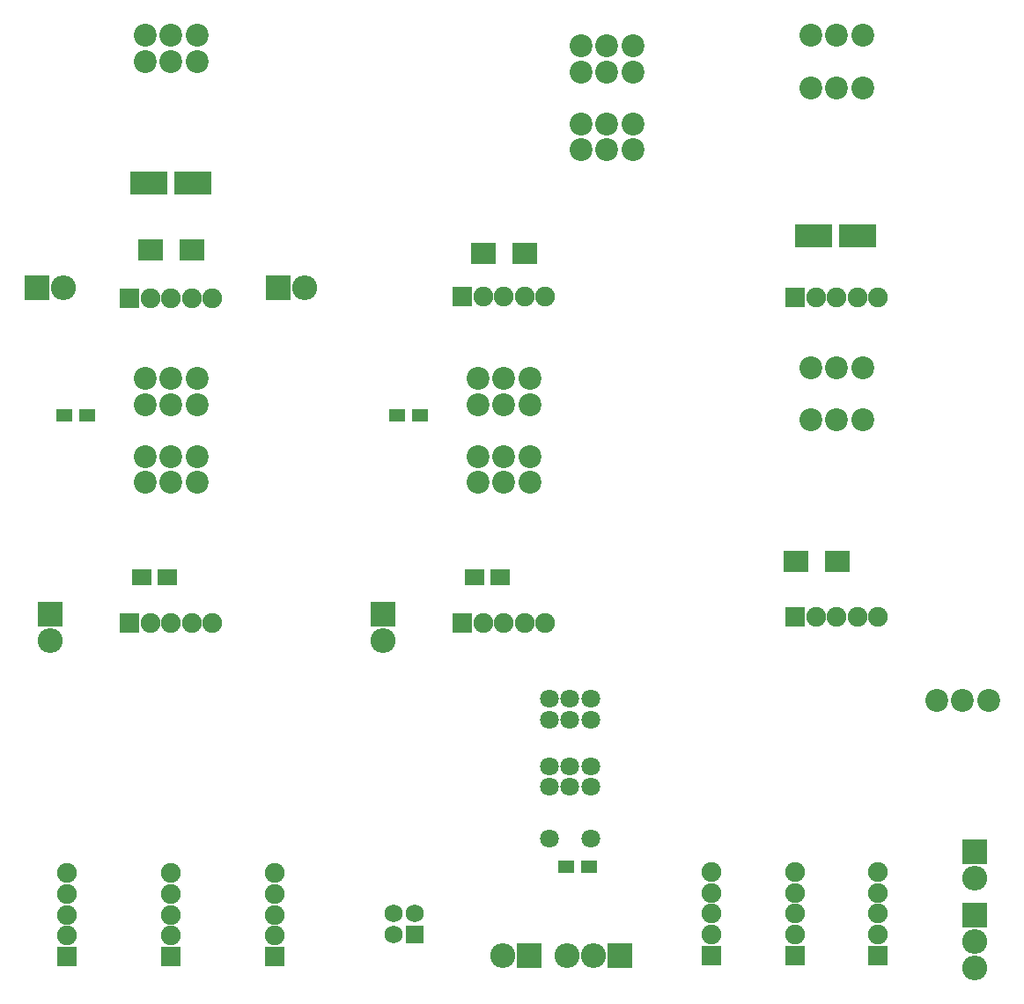
<source format=gbs>
%MOIN*%
%OFA0B0*%
%FSLAX46Y46*%
%IPPOS*%
%LPD*%
%ADD10C,0.0039370078740157488*%
%ADD11R,0.139748031496063X0.086648031496063*%
%ADD12R,0.074803149606299218X0.074803149606299218*%
%ADD13C,0.074803149606299218*%
%ADD14C,0.086614173228346469*%
%ADD25C,0.0039370078740157488*%
%ADD26O,0.094448031496063X0.094448031496063*%
%ADD27R,0.094448031496063X0.094448031496063*%
%ADD28R,0.139748031496063X0.086648031496063*%
%ADD29R,0.094488188976377951X0.07874015748031496*%
%ADD30R,0.074803149606299218X0.074803149606299218*%
%ADD31C,0.074803149606299218*%
%ADD32C,0.086614173228346469*%
%ADD33C,0.0039370078740157488*%
%ADD34O,0.094448031496063X0.094448031496063*%
%ADD35R,0.094448031496063X0.094448031496063*%
%ADD36R,0.062992125984251982X0.051181102362204731*%
%ADD37R,0.074803149606299218X0.074803149606299218*%
%ADD38C,0.074803149606299218*%
%ADD39C,0.086614173228346469*%
%ADD40R,0.074803149606299218X0.064960629921259838*%
%ADD41C,0.0039370078740157488*%
%ADD42R,0.074803149606299218X0.074803149606299218*%
%ADD43C,0.074803149606299218*%
%ADD44C,0.086614173228346469*%
%ADD45R,0.094488188976377951X0.07874015748031496*%
%ADD46C,0.0039370078740157488*%
%ADD47R,0.094488188976377951X0.07874015748031496*%
%ADD48R,0.074803149606299218X0.074803149606299218*%
%ADD49C,0.074803149606299218*%
%ADD50C,0.086614173228346469*%
%ADD51C,0.0039370078740157488*%
%ADD52O,0.094448031496063X0.094448031496063*%
%ADD53R,0.094448031496063X0.094448031496063*%
%ADD54R,0.074803149606299218X0.074803149606299218*%
%ADD55C,0.074803149606299218*%
%ADD56C,0.086614173228346469*%
%ADD57C,0.0039370078740157488*%
%ADD58O,0.094448031496063X0.094448031496063*%
%ADD59R,0.094448031496063X0.094448031496063*%
%ADD60R,0.068897637795275593X0.068897637795275593*%
%ADD61C,0.068897637795275593*%
%ADD62R,0.074803149606299218X0.074803149606299218*%
%ADD63C,0.074803149606299218*%
%ADD64R,0.062992125984251982X0.051181102362204731*%
%ADD65C,0.070866141732283464*%
%ADD66C,0.0039370078740157488*%
%ADD67O,0.094448031496063X0.094448031496063*%
%ADD68R,0.094448031496063X0.094448031496063*%
%ADD69R,0.062992125984251982X0.051181102362204731*%
%ADD70R,0.074803149606299218X0.074803149606299218*%
%ADD71C,0.074803149606299218*%
%ADD72C,0.086614173228346469*%
%ADD73R,0.074803149606299218X0.064960629921259838*%
G01G01*
D10*
D11*
X-0004173228Y0006377952D02*
X0003022599Y0002862204D03*
X0003189999Y0002862204D03*
D12*
X0002952755Y0002629921D03*
D13*
X0003031496Y0002629921D03*
X0003110236Y0002629921D03*
X0003188976Y0002629921D03*
X0003267716Y0002629921D03*
D14*
X0003208661Y0003622047D03*
X0003110236Y0003622047D03*
X0003011811Y0003622047D03*
X0003208661Y0003425196D03*
X0003110236Y0003425196D03*
X0003011811Y0003425196D03*
G04 next file*
G04 Gerber Fmt 4.6, Leading zero omitted, Abs format (unit mm)*
G04 Created by KiCad (PCBNEW 4.0.4-1.fc24-product) date Fri Jan 12 13:17:57 2018*
G01G01*
G04 APERTURE LIST*
G04 APERTURE END LIST*
D25*
D26*
X-0005354330Y0006377952D02*
X0000182677Y0002665354D03*
D27*
X0000082677Y0002665354D03*
D26*
X0001096062Y0002665354D03*
D27*
X0000996062Y0002665354D03*
D28*
X0000506851Y0003062992D03*
X0000674251Y0003062992D03*
D29*
X0000669291Y0002811023D03*
X0000511811Y0002811023D03*
D30*
X0000433070Y0002625984D03*
D31*
X0000511811Y0002625984D03*
X0000590551Y0002625984D03*
X0000669291Y0002625984D03*
X0000748031Y0002625984D03*
D32*
X0000688976Y0003622047D03*
X0000590551Y0003622047D03*
X0000492125Y0003622047D03*
X0000688976Y0003523622D03*
X0000590551Y0003523622D03*
X0000492125Y0003523622D03*
G04 next file*
G04 #@! TF.FileFunction,Soldermask,Bot*
G04 Gerber Fmt 4.6, Leading zero omitted, Abs format (unit mm)*
G04 Created by KiCad (PCBNEW 4.0.4-1.fc24-product) date Fri Jan 12 14:27:49 2018*
G01G01*
G04 APERTURE LIST*
G04 APERTURE END LIST*
D33*
D34*
X-0004133858Y0006062992D02*
X0001393700Y0001330708D03*
D35*
X0001393700Y0001430708D03*
D36*
X0001531496Y0002185039D03*
X0001444881Y0002185039D03*
D37*
X0001692913Y0001397637D03*
D38*
X0001771653Y0001397637D03*
X0001850393Y0001397637D03*
X0001929133Y0001397637D03*
X0002007874Y0001397637D03*
D39*
X0001948818Y0001929133D03*
X0001850393Y0001929133D03*
X0001751968Y0001929133D03*
X0001751968Y0002322834D03*
X0001850393Y0002322834D03*
X0001948818Y0002322834D03*
X0001751968Y0002224409D03*
X0001850393Y0002224409D03*
X0001948818Y0002224409D03*
X0001751968Y0002027559D03*
X0001850393Y0002027559D03*
X0001948818Y0002027559D03*
D40*
X0001738188Y0001570866D03*
X0001836614Y0001570866D03*
G04 next file*
G04 #@! TF.FileFunction,Soldermask,Bot*
G04 Gerber Fmt 4.6, Leading zero omitted, Abs format (unit mm)*
G04 Created by KiCad (PCBNEW 4.0.4-1.fc24-product) date Fri Jan 12 14:33:54 2018*
G01G01*
G04 APERTURE LIST*
G04 APERTURE END LIST*
D41*
D42*
X-0002992125Y0004409448D02*
X0002952755Y0001421259D03*
D43*
X0003031496Y0001421259D03*
X0003110236Y0001421259D03*
X0003188976Y0001421259D03*
X0003267716Y0001421259D03*
D44*
X0003208661Y0002362204D03*
X0003110236Y0002362204D03*
X0003011811Y0002362204D03*
X0003208661Y0002165354D03*
X0003110236Y0002165354D03*
X0003011811Y0002165354D03*
D45*
X0002956692Y0001629921D03*
X0003114173Y0001629921D03*
G04 next file*
G04 Gerber Fmt 4.6, Leading zero omitted, Abs format (unit mm)*
G04 Created by KiCad (PCBNEW 4.0.4-1.fc24-product) date Fri Jan 12 13:19:57 2018*
G01G01*
G04 APERTURE LIST*
G04 APERTURE END LIST*
D46*
D47*
X-0004409448Y0006220472D02*
X0001929133Y0002795275D03*
X0001771653Y0002795275D03*
D48*
X0001692913Y0002633858D03*
D49*
X0001771653Y0002633858D03*
X0001850393Y0002633858D03*
X0001929133Y0002633858D03*
X0002007874Y0002633858D03*
D50*
X0002338582Y0003188976D03*
X0002240157Y0003188976D03*
X0002141732Y0003188976D03*
X0002141732Y0003582677D03*
X0002240157Y0003582677D03*
X0002338582Y0003582677D03*
X0002141732Y0003484251D03*
X0002240157Y0003484251D03*
X0002338582Y0003484251D03*
X0002141732Y0003287401D03*
X0002240157Y0003287401D03*
X0002338582Y0003287401D03*
G04 next file*
G04 #@! TF.FileFunction,Soldermask,Bot*
G04 Gerber Fmt 4.6, Leading zero omitted, Abs format (unit mm)*
G04 Created by KiCad (PCBNEW 4.0.4-1.fc24-product) date Fri Jan 12 13:21:34 2018*
G01G01*
G04 APERTURE LIST*
G04 APERTURE END LIST*
D51*
D52*
X-0003543307Y0003149606D02*
X0003633858Y0000091338D03*
D53*
X0003633858Y0000291338D03*
D52*
X0003633858Y0000191338D03*
X0003633858Y0000431496D03*
D53*
X0003633858Y0000531496D03*
D54*
X0003267716Y0000137795D03*
D55*
X0003267716Y0000216535D03*
X0003267716Y0000295275D03*
X0003267716Y0000374015D03*
X0003267716Y0000452755D03*
D54*
X0002637795Y0000137795D03*
D55*
X0002637795Y0000216535D03*
X0002637795Y0000295275D03*
X0002637795Y0000374015D03*
X0002637795Y0000452755D03*
D54*
X0002952755Y0000137795D03*
D55*
X0002952755Y0000216535D03*
X0002952755Y0000295275D03*
X0002952755Y0000374015D03*
X0002952755Y0000452755D03*
D56*
X0003488188Y0001102362D03*
X0003586614Y0001102362D03*
X0003685039Y0001102362D03*
G04 next file*
G04 #@! TF.FileFunction,Soldermask,Bot*
G04 Gerber Fmt 4.6, Leading zero omitted, Abs format (unit mm)*
G04 Created by KiCad (PCBNEW 4.0.4-1.fc24-product) date Fri Jan 12 14:44:07 2018*
G01G01*
G04 APERTURE LIST*
G04 APERTURE END LIST*
D57*
D58*
X-0004685039Y0004370078D02*
X0002091338Y0000137795D03*
D59*
X0002291338Y0000137795D03*
D58*
X0002191338Y0000137795D03*
X0001844881Y0000137795D03*
D59*
X0001944881Y0000137795D03*
D60*
X0001511811Y0000216535D03*
D61*
X0001433070Y0000216535D03*
X0001511811Y0000295275D03*
X0001433070Y0000295275D03*
D62*
X0000984251Y0000133858D03*
D63*
X0000984251Y0000212598D03*
X0000984251Y0000291338D03*
X0000984251Y0000370078D03*
X0000984251Y0000448818D03*
D62*
X0000590551Y0000133858D03*
D63*
X0000590551Y0000212598D03*
X0000590551Y0000291338D03*
X0000590551Y0000370078D03*
X0000590551Y0000448818D03*
D62*
X0000196850Y0000133858D03*
D63*
X0000196850Y0000212598D03*
X0000196850Y0000291338D03*
X0000196850Y0000370078D03*
X0000196850Y0000448818D03*
D64*
X0002086614Y0000472440D03*
X0002173228Y0000472440D03*
D65*
X0002021653Y0001110236D03*
X0002100393Y0001110236D03*
X0002179133Y0000578740D03*
X0002179133Y0001110236D03*
X0002100393Y0000775590D03*
X0002021653Y0000578740D03*
X0002179133Y0001031496D03*
X0002100393Y0001031496D03*
X0002021653Y0001031496D03*
X0002179133Y0000854330D03*
X0002100393Y0000854330D03*
X0002021653Y0000854330D03*
X0002179133Y0000775590D03*
X0002021653Y0000775590D03*
G04 next file*
G04 #@! TF.FileFunction,Soldermask,Bot*
G04 Gerber Fmt 4.6, Leading zero omitted, Abs format (unit mm)*
G04 Created by KiCad (PCBNEW 4.0.4-1.fc24-product) date Fri Jan 12 14:27:49 2018*
G01G01*
G04 APERTURE LIST*
G04 APERTURE END LIST*
D66*
D67*
X-0005393700Y0006062992D02*
X0000133858Y0001330708D03*
D68*
X0000133858Y0001430708D03*
D69*
X0000271653Y0002185039D03*
X0000185039Y0002185039D03*
D70*
X0000433070Y0001397637D03*
D71*
X0000511811Y0001397637D03*
X0000590551Y0001397637D03*
X0000669291Y0001397637D03*
X0000748031Y0001397637D03*
D72*
X0000688976Y0001929133D03*
X0000590551Y0001929133D03*
X0000492125Y0001929133D03*
X0000492125Y0002322834D03*
X0000590551Y0002322834D03*
X0000688976Y0002322834D03*
X0000492125Y0002224409D03*
X0000590551Y0002224409D03*
X0000688976Y0002224409D03*
X0000492125Y0002027559D03*
X0000590551Y0002027559D03*
X0000688976Y0002027559D03*
D73*
X0000478346Y0001570866D03*
X0000576771Y0001570866D03*
M02*
</source>
